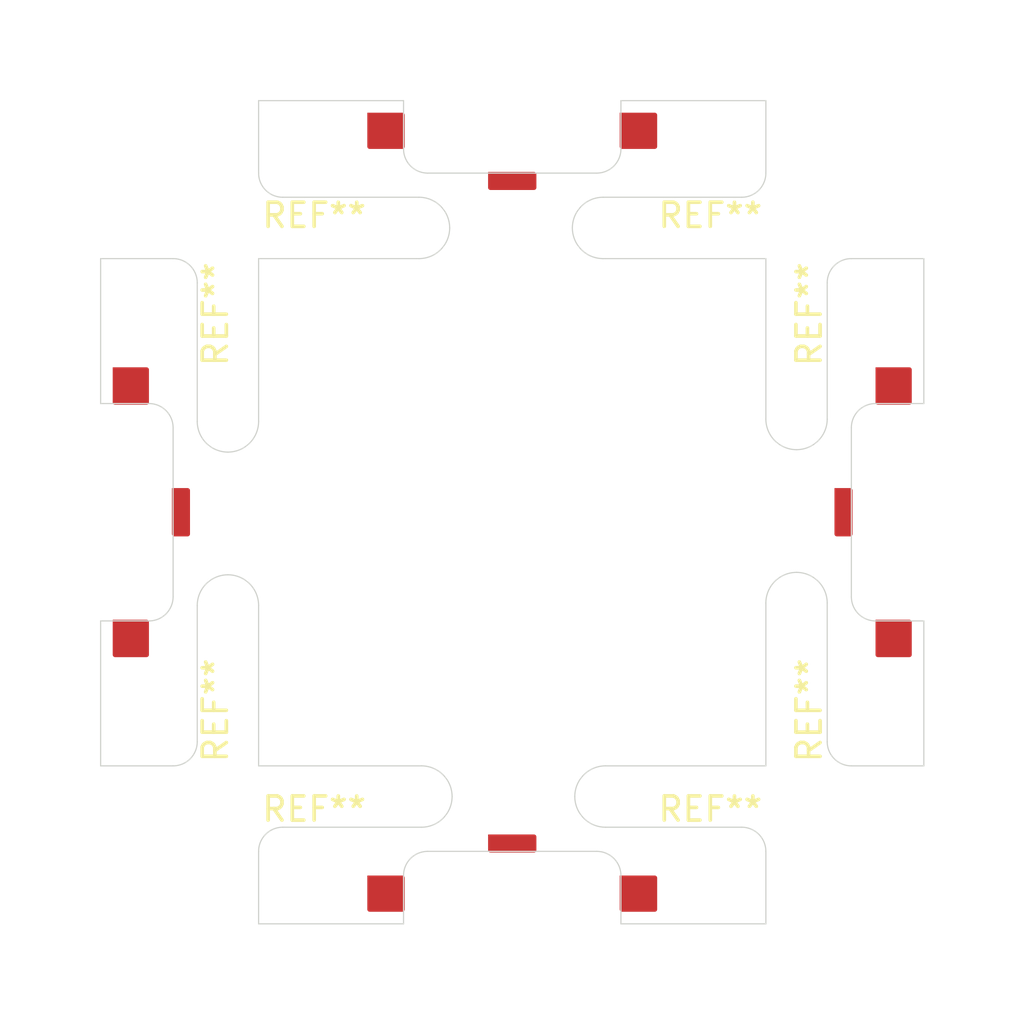
<source format=kicad_pcb>
(kicad_pcb (version 20221018) (generator pcbnew)
  (layers (0 "F.Cu" signal) (31 "B.Cu" signal) (34 "B.Paste" user) (35 "F.Paste" user) (36 "B.SilkS" user "B.Silkscreen") (37 "F.SilkS" user "F.Silkscreen") (38 "B.Mask" user) (39 "F.Mask" user) (44 "Edge.Cuts" user))
  (net 0 "")
  (footprint "MouseBites:MouseBites_2.54" (layer "F.Cu") (at 70 86.91 90)
    (fp_text reference "REF**" hide)
    (fp_text value "MouseBites_2.54" hide)
    (fp_arc (start -3.81 0) (mid -2.911974 0.371974) (end -2.54 1.27) (stroke (width 0.05)) (layer "Edge.Cuts"))
    (fp_arc (start -2.54 1.27) (mid -2.911974 2.168026) (end -3.81 2.54) (stroke (width 0.05)) (layer "Edge.Cuts"))
    (fp_arc (start 2.54 1.27) (mid 2.911974 0.371974) (end 3.81 0) (stroke (width 0.05)) (layer "Edge.Cuts"))
    (fp_arc (start 3.81 2.54) (mid 2.911974 2.168026) (end 2.54 1.27) (stroke (width 0.05)) (layer "Edge.Cuts"))
    (pad "" np_thru_hole circle (at -2.55 0.3 90) (size 0.6 0.6) (drill 0.6) (layers "*.Cu" "*.Mask"))
    (pad "" np_thru_hole circle (at -2.55 2.24 90) (size 0.6 0.6) (drill 0.6) (layers "*.Cu" "*.Mask"))
    (pad "" np_thru_hole circle (at -1.7 0.3 90) (size 0.6 0.6) (drill 0.6) (layers "*.Cu" "*.Mask"))
    (pad "" np_thru_hole circle (at -1.7 2.24 90) (size 0.6 0.6) (drill 0.6) (layers "*.Cu" "*.Mask"))
    (pad "" np_thru_hole circle (at -0.85 0.3 90) (size 0.6 0.6) (drill 0.6) (layers "*.Cu" "*.Mask"))
    (pad "" np_thru_hole circle (at -0.85 2.24 90) (size 0.6 0.6) (drill 0.6) (layers "*.Cu" "*.Mask"))
    (pad "" np_thru_hole circle (at 0 0.3 90) (size 0.6 0.6) (drill 0.6) (layers "*.Cu" "*.Mask"))
    (pad "" np_thru_hole circle (at 0 2.24 90) (size 0.6 0.6) (drill 0.6) (layers "*.Cu" "*.Mask"))
    (pad "" np_thru_hole circle (at 0.85 0.3 90) (size 0.6 0.6) (drill 0.6) (layers "*.Cu" "*.Mask"))
    (pad "" np_thru_hole circle (at 0.85 2.24 90) (size 0.6 0.6) (drill 0.6) (layers "*.Cu" "*.Mask"))
    (pad "" np_thru_hole circle (at 1.7 0.3 90) (size 0.6 0.6) (drill 0.6) (layers "*.Cu" "*.Mask"))
    (pad "" np_thru_hole circle (at 1.7 2.24 90) (size 0.6 0.6) (drill 0.6) (layers "*.Cu" "*.Mask"))
    (pad "" np_thru_hole circle (at 2.55 0.3 90) (size 0.6 0.6) (drill 0.6) (layers "*.Cu" "*.Mask"))
    (pad "" np_thru_hole circle (at 2.55 2.24 90) (size 0.6 0.6) (drill 0.6) (layers "*.Cu" "*.Mask"))
  )
  (footprint "MouseBites:MouseBites_2.54" (layer "F.Cu") (at 49 87.01 -90)
    (fp_text reference "REF**" hide)
    (fp_text value "MouseBites_2.54" hide)
    (fp_arc (start -3.81 0) (mid -2.911974 0.371974) (end -2.54 1.27) (stroke (width 0.05)) (layer "Edge.Cuts"))
    (fp_arc (start -2.54 1.27) (mid -2.911974 2.168026) (end -3.81 2.54) (stroke (width 0.05)) (layer "Edge.Cuts"))
    (fp_arc (start 2.54 1.27) (mid 2.911974 0.371974) (end 3.81 0) (stroke (width 0.05)) (layer "Edge.Cuts"))
    (fp_arc (start 3.81 2.54) (mid 2.911974 2.168026) (end 2.54 1.27) (stroke (width 0.05)) (layer "Edge.Cuts"))
    (pad "" np_thru_hole circle (at -2.55 0.3 270) (size 0.6 0.6) (drill 0.6) (layers "*.Cu" "*.Mask"))
    (pad "" np_thru_hole circle (at -2.55 2.24 270) (size 0.6 0.6) (drill 0.6) (layers "*.Cu" "*.Mask"))
    (pad "" np_thru_hole circle (at -1.7 0.3 270) (size 0.6 0.6) (drill 0.6) (layers "*.Cu" "*.Mask"))
    (pad "" np_thru_hole circle (at -1.7 2.24 270) (size 0.6 0.6) (drill 0.6) (layers "*.Cu" "*.Mask"))
    (pad "" np_thru_hole circle (at -0.85 0.3 270) (size 0.6 0.6) (drill 0.6) (layers "*.Cu" "*.Mask"))
    (pad "" np_thru_hole circle (at -0.85 2.24 270) (size 0.6 0.6) (drill 0.6) (layers "*.Cu" "*.Mask"))
    (pad "" np_thru_hole circle (at 0 0.3 270) (size 0.6 0.6) (drill 0.6) (layers "*.Cu" "*.Mask"))
    (pad "" np_thru_hole circle (at 0 2.24 270) (size 0.6 0.6) (drill 0.6) (layers "*.Cu" "*.Mask"))
    (pad "" np_thru_hole circle (at 0.85 0.3 270) (size 0.6 0.6) (drill 0.6) (layers "*.Cu" "*.Mask"))
    (pad "" np_thru_hole circle (at 0.85 2.24 270) (size 0.6 0.6) (drill 0.6) (layers "*.Cu" "*.Mask"))
    (pad "" np_thru_hole circle (at 1.7 0.3 270) (size 0.6 0.6) (drill 0.6) (layers "*.Cu" "*.Mask"))
    (pad "" np_thru_hole circle (at 1.7 2.24 270) (size 0.6 0.6) (drill 0.6) (layers "*.Cu" "*.Mask"))
    (pad "" np_thru_hole circle (at 2.55 0.3 270) (size 0.6 0.6) (drill 0.6) (layers "*.Cu" "*.Mask"))
    (pad "" np_thru_hole circle (at 2.55 2.24 270) (size 0.6 0.6) (drill 0.6) (layers "*.Cu" "*.Mask"))
  )
  (footprint "MountingHole:MountingHole_2.2mm_M2_ISO7380" (layer "F.Cu") (at 44.46 95.16 -90)
    (fp_text reference "REF**" (at 0 -2.75 90) (layer "F.SilkS"))
    (fp_text value "MountingHole_2.2mm_M2_ISO7380")
    (pad "" np_thru_hole circle (at 0 0 270) (size 2.2 2.2) (drill 2.2) (layers "*.Cu" "*.Mask"))
  )
  (footprint "MouseBites:MouseBites_2.54" (layer "F.Cu") (at 59.55 97.46)
    (fp_text reference "REF**" hide)
    (fp_text value "MouseBites_2.54" hide)
    (fp_arc (start -3.81 0) (mid -2.911974 0.371974) (end -2.54 1.27) (stroke (width 0.05)) (layer "Edge.Cuts"))
    (fp_arc (start -2.54 1.27) (mid -2.911974 2.168026) (end -3.81 2.54) (stroke (width 0.05)) (layer "Edge.Cuts"))
    (fp_arc (start 2.54 1.27) (mid 2.911974 0.371974) (end 3.81 0) (stroke (width 0.05)) (layer "Edge.Cuts"))
    (fp_arc (start 3.81 2.54) (mid 2.911974 2.168026) (end 2.54 1.27) (stroke (width 0.05)) (layer "Edge.Cuts"))
    (pad "" np_thru_hole circle (at -2.55 0.3) (size 0.6 0.6) (drill 0.6) (layers "F&B.Cu" "*.Mask"))
    (pad "" np_thru_hole circle (at -2.55 2.24) (size 0.6 0.6) (drill 0.6) (layers "F&B.Cu" "*.Mask"))
    (pad "" np_thru_hole circle (at -1.7 0.3) (size 0.6 0.6) (drill 0.6) (layers "F&B.Cu" "*.Mask"))
    (pad "" np_thru_hole circle (at -1.7 2.24) (size 0.6 0.6) (drill 0.6) (layers "F&B.Cu" "*.Mask"))
    (pad "" np_thru_hole circle (at -0.85 0.3) (size 0.6 0.6) (drill 0.6) (layers "F&B.Cu" "*.Mask"))
    (pad "" np_thru_hole circle (at -0.85 2.24) (size 0.6 0.6) (drill 0.6) (layers "F&B.Cu" "*.Mask"))
    (pad "" np_thru_hole circle (at 0 0.3) (size 0.6 0.6) (drill 0.6) (layers "F&B.Cu" "*.Mask"))
    (pad "" np_thru_hole circle (at 0 2.24) (size 0.6 0.6) (drill 0.6) (layers "F&B.Cu" "*.Mask"))
    (pad "" np_thru_hole circle (at 0.85 0.3) (size 0.6 0.6) (drill 0.6) (layers "F&B.Cu" "*.Mask"))
    (pad "" np_thru_hole circle (at 0.85 2.24) (size 0.6 0.6) (drill 0.6) (layers "F&B.Cu" "*.Mask"))
    (pad "" np_thru_hole circle (at 1.7 0.3) (size 0.6 0.6) (drill 0.6) (layers "F&B.Cu" "*.Mask"))
    (pad "" np_thru_hole circle (at 1.7 2.24) (size 0.6 0.6) (drill 0.6) (layers "F&B.Cu" "*.Mask"))
    (pad "" np_thru_hole circle (at 2.55 0.3) (size 0.6 0.6) (drill 0.6) (layers "F&B.Cu" "*.Mask"))
    (pad "" np_thru_hole circle (at 2.55 2.24) (size 0.6 0.6) (drill 0.6) (layers "F&B.Cu" "*.Mask"))
  )
  (footprint "MountingHole:MountingHole_2.2mm_M2_ISO7380" (layer "F.Cu") (at 44.46 78.76 -90)
    (fp_text reference "REF**" (at 0 -2.75 90) (layer "F.SilkS"))
    (fp_text value "MountingHole_2.2mm_M2_ISO7380")
    (pad "" np_thru_hole circle (at 0 0 270) (size 2.2 2.2) (drill 2.2) (layers "*.Cu" "*.Mask"))
  )
  (footprint "MountingHole:MountingHole_2.2mm_M2_ISO7380" (layer "F.Cu") (at 74.54 95.16 90)
    (fp_text reference "REF**" (at 0 -2.75 90) (layer "F.SilkS"))
    (fp_text value "MountingHole_2.2mm_M2_ISO7380")
    (pad "" np_thru_hole circle (at 0 0 90) (size 2.2 2.2) (drill 2.2) (layers "*.Cu" "*.Mask"))
  )
  (footprint "MountingHole:MountingHole_2.2mm_M2_ISO7380" (layer "F.Cu") (at 74.54 78.76 90)
    (fp_text reference "REF**" (at 0 -2.75 90) (layer "F.SilkS"))
    (fp_text value "MountingHole_2.2mm_M2_ISO7380")
    (pad "" np_thru_hole circle (at 0 0 90) (size 2.2 2.2) (drill 2.2) (layers "*.Cu" "*.Mask"))
  )
  (footprint "MountingHole:MountingHole_2.2mm_M2_ISO7380" (layer "F.Cu") (at 51.3 102)
    (fp_text reference "REF**" (at 0 -2.75) (layer "F.SilkS"))
    (fp_text value "MountingHole_2.2mm_M2_ISO7380")
    (pad "" np_thru_hole circle (at 0 0) (size 2.2 2.2) (drill 2.2) (layers "*.Cu" "*.Mask"))
  )
  (footprint "MountingHole:MountingHole_2.2mm_M2_ISO7380" (layer "F.Cu") (at 67.7 71.92 180)
    (fp_text reference "REF**" (at 0 -2.75) (layer "F.SilkS"))
    (fp_text value "MountingHole_2.2mm_M2_ISO7380")
    (pad "" np_thru_hole circle (at 0 0 180) (size 2.2 2.2) (drill 2.2) (layers "*.Cu" "*.Mask"))
  )
  (footprint "MountingHole:MountingHole_2.2mm_M2_ISO7380" (layer "F.Cu") (at 67.7 102)
    (fp_text reference "REF**" (at 0 -2.75) (layer "F.SilkS"))
    (fp_text value "MountingHole_2.2mm_M2_ISO7380")
    (pad "" np_thru_hole circle (at 0 0) (size 2.2 2.2) (drill 2.2) (layers "*.Cu" "*.Mask"))
  )
  (footprint "MouseBites:MouseBites_2.54" (layer "F.Cu") (at 59.45 76.46 180)
    (fp_text reference "REF**" hide)
    (fp_text value "MouseBites_2.54" hide)
    (fp_arc (start -3.81 0) (mid -2.911974 0.371974) (end -2.54 1.27) (stroke (width 0.05)) (layer "Edge.Cuts"))
    (fp_arc (start -2.54 1.27) (mid -2.911974 2.168026) (end -3.81 2.54) (stroke (width 0.05)) (layer "Edge.Cuts"))
    (fp_arc (start 2.54 1.27) (mid 2.911974 0.371974) (end 3.81 0) (stroke (width 0.05)) (layer "Edge.Cuts"))
    (fp_arc (start 3.81 2.54) (mid 2.911974 2.168026) (end 2.54 1.27) (stroke (width 0.05)) (layer "Edge.Cuts"))
    (pad "" np_thru_hole circle (at -2.55 0.3 180) (size 0.6 0.6) (drill 0.6) (layers "*.Cu" "*.Mask"))
    (pad "" np_thru_hole circle (at -2.55 2.24 180) (size 0.6 0.6) (drill 0.6) (layers "*.Cu" "*.Mask"))
    (pad "" np_thru_hole circle (at -1.7 0.3 180) (size 0.6 0.6) (drill 0.6) (layers "*.Cu" "*.Mask"))
    (pad "" np_thru_hole circle (at -1.7 2.24 180) (size 0.6 0.6) (drill 0.6) (layers "*.Cu" "*.Mask"))
    (pad "" np_thru_hole circle (at -0.85 0.3 180) (size 0.6 0.6) (drill 0.6) (layers "*.Cu" "*.Mask"))
    (pad "" np_thru_hole circle (at -0.85 2.24 180) (size 0.6 0.6) (drill 0.6) (layers "*.Cu" "*.Mask"))
    (pad "" np_thru_hole circle (at 0 0.3 180) (size 0.6 0.6) (drill 0.6) (layers "*.Cu" "*.Mask"))
    (pad "" np_thru_hole circle (at 0 2.24 180) (size 0.6 0.6) (drill 0.6) (layers "*.Cu" "*.Mask"))
    (pad "" np_thru_hole circle (at 0.85 0.3 180) (size 0.6 0.6) (drill 0.6) (layers "*.Cu" "*.Mask"))
    (pad "" np_thru_hole circle (at 0.85 2.24 180) (size 0.6 0.6) (drill 0.6) (layers "*.Cu" "*.Mask"))
    (pad "" np_thru_hole circle (at 1.7 0.3 180) (size 0.6 0.6) (drill 0.6) (layers "*.Cu" "*.Mask"))
    (pad "" np_thru_hole circle (at 1.7 2.24 180) (size 0.6 0.6) (drill 0.6) (layers "*.Cu" "*.Mask"))
    (pad "" np_thru_hole circle (at 2.55 0.3 180) (size 0.6 0.6) (drill 0.6) (layers "*.Cu" "*.Mask"))
    (pad "" np_thru_hole circle (at 2.55 2.24 180) (size 0.6 0.6) (drill 0.6) (layers "*.Cu" "*.Mask"))
  )
  (footprint "MountingHole:MountingHole_2.2mm_M2_ISO7380" (layer "F.Cu") (at 51.3 71.92 180)
    (fp_text reference "REF**" (at 0 -2.75) (layer "F.SilkS"))
    (fp_text value "MountingHole_2.2mm_M2_ISO7380")
    (pad "" np_thru_hole circle (at 0 0 180) (size 2.2 2.2) (drill 2.2) (layers "*.Cu" "*.Mask"))
  )
  (gr_rect (start 46.06 86.06) (end 45.51 87.86) (stroke (width 0.2)) (fill solid) (layer "F.Cu"))
  (gr_rect (start 74.64 82.41) (end 75.94 81.06) (stroke (width 0.2)) (fill solid) (layer "F.Cu"))
  (gr_rect (start 54.95 71.82) (end 53.6 70.52) (stroke (width 0.2)) (fill solid) (layer "F.Cu"))
  (gr_rect (start 44.36 81.06) (end 43.06 82.41) (stroke (width 0.2)) (fill solid) (layer "F.Cu"))
  (gr_rect (start 65.4 71.82) (end 64.05 70.52) (stroke (width 0.2)) (fill solid) (layer "F.Cu"))
  (gr_rect (start 53.6 102.1) (end 54.95 103.4) (stroke (width 0.2)) (fill solid) (layer "F.Cu"))
  (gr_rect (start 44.36 91.51) (end 43.06 92.86) (stroke (width 0.2)) (fill solid) (layer "F.Cu"))
  (gr_rect (start 72.94 87.86) (end 73.49 86.06) (stroke (width 0.2)) (fill solid) (layer "F.Cu"))
  (gr_rect (start 60.4 73.52) (end 58.6 72.97) (stroke (width 0.2)) (fill solid) (layer "F.Cu"))
  (gr_rect (start 64.05 102.1) (end 65.4 103.4) (stroke (width 0.2)) (fill solid) (layer "F.Cu"))
  (gr_rect (start 58.6 100.4) (end 60.4 100.95) (stroke (width 0.2)) (fill solid) (layer "F.Cu"))
  (gr_rect (start 74.64 92.86) (end 75.94 91.51) (stroke (width 0.2)) (fill solid) (layer "F.Cu"))
  (gr_arc (start 70 72.92) (mid 69.707107 73.627107) (end 69 73.92) (stroke (width 0.05)) (layer "Edge.Cuts"))
  (gr_arc (start 74.54 91.46) (mid 73.832893 91.167107) (end 73.54 90.46) (stroke (width 0.05)) (layer "Edge.Cuts"))
  (gr_line (start 74.54 82.46) (end 76.54 82.46) (stroke (width 0.05)) (layer "Edge.Cuts"))
  (gr_arc (start 45.46 76.46) (mid 46.167107 76.752893) (end 46.46 77.46) (stroke (width 0.05)) (layer "Edge.Cuts"))
  (gr_arc (start 45.46 90.46) (mid 45.167107 91.167107) (end 44.46 91.46) (stroke (width 0.05)) (layer "Edge.Cuts"))
  (gr_line (start 45.46 83.46) (end 45.46 90.46) (stroke (width 0.05)) (layer "Edge.Cuts"))
  (gr_arc (start 64 71.92) (mid 63.707107 72.627107) (end 63 72.92) (stroke (width 0.05)) (layer "Edge.Cuts"))
  (gr_line (start 64 71.92) (end 64 69.92) (stroke (width 0.05)) (layer "Edge.Cuts"))
  (gr_line (start 63.26 73.92) (end 69 73.92) (stroke (width 0.05)) (layer "Edge.Cuts"))
  (gr_line (start 46.46 83.2) (end 46.46 77.46) (stroke (width 0.05)) (layer "Edge.Cuts"))
  (gr_line (start 63 72.92) (end 56 72.92) (stroke (width 0.05)) (layer "Edge.Cuts"))
  (gr_arc (start 44.46 82.46) (mid 45.167107 82.752893) (end 45.46 83.46) (stroke (width 0.05)) (layer "Edge.Cuts"))
  (gr_line (start 72.54 90.72) (end 72.54 96.46) (stroke (width 0.05)) (layer "Edge.Cuts"))
  (gr_arc (start 73.54 83.46) (mid 73.832893 82.752893) (end 74.54 82.46) (stroke (width 0.05)) (layer "Edge.Cuts"))
  (gr_arc (start 73.54 97.46) (mid 72.832893 97.167107) (end 72.54 96.46) (stroke (width 0.05)) (layer "Edge.Cuts"))
  (gr_line (start 55.74 100) (end 50 100) (stroke (width 0.05)) (layer "Edge.Cuts"))
  (gr_line (start 55 71.92) (end 55 69.92) (stroke (width 0.05)) (layer "Edge.Cuts"))
  (gr_line (start 42.46 76.46) (end 45.46 76.46) (stroke (width 0.05)) (layer "Edge.Cuts"))
  (gr_line (start 42.46 82.46) (end 42.46 76.46) (stroke (width 0.05)) (layer "Edge.Cuts"))
  (gr_arc (start 63 101) (mid 63.707107 101.292893) (end 64 102) (stroke (width 0.05)) (layer "Edge.Cuts"))
  (gr_line (start 42.46 91.46) (end 42.46 97.46) (stroke (width 0.05)) (layer "Edge.Cuts"))
  (gr_line (start 72.54 83.1) (end 72.54 77.46) (stroke (width 0.05)) (layer "Edge.Cuts"))
  (gr_arc (start 69 100) (mid 69.707107 100.292893) (end 70 101) (stroke (width 0.05)) (layer "Edge.Cuts"))
  (gr_line (start 70 83.1) (end 70 76.46) (stroke (width 0.05)) (layer "Edge.Cuts"))
  (gr_line (start 49 90.82) (end 49 97.46) (stroke (width 0.05)) (layer "Edge.Cuts"))
  (gr_arc (start 46.46 96.46) (mid 46.167107 97.167107) (end 45.46 97.46) (stroke (width 0.05)) (layer "Edge.Cuts"))
  (gr_line (start 63.36 97.46) (end 70 97.46) (stroke (width 0.05)) (layer "Edge.Cuts"))
  (gr_line (start 70 69.92) (end 70 72.92) (stroke (width 0.05)) (layer "Edge.Cuts"))
  (gr_line (start 76.54 82.46) (end 76.54 76.46) (stroke (width 0.05)) (layer "Edge.Cuts"))
  (gr_arc (start 72.54 77.46) (mid 72.832893 76.752893) (end 73.54 76.46) (stroke (width 0.05)) (layer "Edge.Cuts"))
  (gr_line (start 63.36 100) (end 69 100) (stroke (width 0.05)) (layer "Edge.Cuts"))
  (gr_line (start 44.46 91.46) (end 42.46 91.46) (stroke (width 0.05)) (layer "Edge.Cuts"))
  (gr_line (start 70 90.72) (end 70 97.46) (stroke (width 0.05)) (layer "Edge.Cuts"))
  (gr_line (start 55 104) (end 49 104) (stroke (width 0.05)) (layer "Edge.Cuts"))
  (gr_line (start 49 104) (end 49 101) (stroke (width 0.05)) (layer "Edge.Cuts"))
  (gr_line (start 70 104) (end 70 101) (stroke (width 0.05)) (layer "Edge.Cuts"))
  (gr_line (start 73.54 90.46) (end 73.54 83.46) (stroke (width 0.05)) (layer "Edge.Cuts"))
  (gr_arc (start 50 73.92) (mid 49.292893 73.627107) (end 49 72.92) (stroke (width 0.05)) (layer "Edge.Cuts"))
  (gr_arc (start 56 72.92) (mid 55.292893 72.627107) (end 55 71.92) (stroke (width 0.05)) (layer "Edge.Cuts"))
  (gr_line (start 76.54 91.46) (end 76.54 97.46) (stroke (width 0.05)) (layer "Edge.Cuts"))
  (gr_line (start 55.64 76.46) (end 49 76.46) (stroke (width 0.05)) (layer "Edge.Cuts"))
  (gr_line (start 55.74 97.46) (end 49 97.46) (stroke (width 0.05)) (layer "Edge.Cuts"))
  (gr_line (start 76.54 76.46) (end 73.54 76.46) (stroke (width 0.05)) (layer "Edge.Cuts"))
  (gr_line (start 74.54 91.46) (end 76.54 91.46) (stroke (width 0.05)) (layer "Edge.Cuts"))
  (gr_line (start 76.54 97.46) (end 73.54 97.46) (stroke (width 0.05)) (layer "Edge.Cuts"))
  (gr_line (start 64 104) (end 70 104) (stroke (width 0.05)) (layer "Edge.Cuts"))
  (gr_arc (start 49 101) (mid 49.292893 100.292893) (end 50 100) (stroke (width 0.05)) (layer "Edge.Cuts"))
  (gr_line (start 55.64 73.92) (end 50 73.92) (stroke (width 0.05)) (layer "Edge.Cuts"))
  (gr_line (start 42.46 97.46) (end 45.46 97.46) (stroke (width 0.05)) (layer "Edge.Cuts"))
  (gr_line (start 49 83.2) (end 49 76.46) (stroke (width 0.05)) (layer "Edge.Cuts"))
  (gr_line (start 63.26 76.46) (end 70 76.46) (stroke (width 0.05)) (layer "Edge.Cuts"))
  (gr_line (start 49 69.92) (end 49 72.92) (stroke (width 0.05)) (layer "Edge.Cuts"))
  (gr_line (start 44.46 82.46) (end 42.46 82.46) (stroke (width 0.05)) (layer "Edge.Cuts"))
  (gr_line (start 55 102) (end 55 104) (stroke (width 0.05)) (layer "Edge.Cuts"))
  (gr_line (start 64 102) (end 64 104) (stroke (width 0.05)) (layer "Edge.Cuts"))
  (gr_line (start 55 69.92) (end 49 69.92) (stroke (width 0.05)) (layer "Edge.Cuts"))
  (gr_arc (start 55 102) (mid 55.292893 101.292893) (end 56 101) (stroke (width 0.05)) (layer "Edge.Cuts"))
  (gr_line (start 64 69.92) (end 70 69.92) (stroke (width 0.05)) (layer "Edge.Cuts"))
  (gr_line (start 56 101) (end 63 101) (stroke (width 0.05)) (layer "Edge.Cuts"))
  (gr_line (start 46.46 90.82) (end 46.46 96.46) (stroke (width 0.05)) (layer "Edge.Cuts"))
)
</source>
